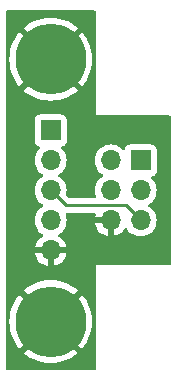
<source format=gbl>
G04 #@! TF.GenerationSoftware,KiCad,Pcbnew,7.0.5-0*
G04 #@! TF.CreationDate,2023-07-15T01:20:54-04:00*
G04 #@! TF.ProjectId,programmer,70726f67-7261-46d6-9d65-722e6b696361,rev?*
G04 #@! TF.SameCoordinates,Original*
G04 #@! TF.FileFunction,Copper,L2,Bot*
G04 #@! TF.FilePolarity,Positive*
%FSLAX46Y46*%
G04 Gerber Fmt 4.6, Leading zero omitted, Abs format (unit mm)*
G04 Created by KiCad (PCBNEW 7.0.5-0) date 2023-07-15 01:20:54*
%MOMM*%
%LPD*%
G01*
G04 APERTURE LIST*
G04 #@! TA.AperFunction,ComponentPad*
%ADD10C,0.800000*%
G04 #@! TD*
G04 #@! TA.AperFunction,ComponentPad*
%ADD11C,6.000000*%
G04 #@! TD*
G04 #@! TA.AperFunction,ComponentPad*
%ADD12R,1.700000X1.700000*%
G04 #@! TD*
G04 #@! TA.AperFunction,ComponentPad*
%ADD13O,1.700000X1.700000*%
G04 #@! TD*
G04 #@! TA.AperFunction,Conductor*
%ADD14C,0.250000*%
G04 #@! TD*
G04 APERTURE END LIST*
D10*
X134910000Y-64449010D03*
X135569010Y-62858020D03*
X135569010Y-66040000D03*
X137160000Y-62199010D03*
D11*
X137160000Y-64449010D03*
D10*
X137160000Y-66699010D03*
X138750990Y-62858020D03*
X138750990Y-66040000D03*
X139410000Y-64449010D03*
X134910000Y-42230990D03*
X135569010Y-40640000D03*
X135569010Y-43821980D03*
X137160000Y-39980990D03*
D11*
X137160000Y-42230990D03*
D10*
X137160000Y-44480990D03*
X138750990Y-40640000D03*
X138750990Y-43821980D03*
X139410000Y-42230990D03*
D12*
X137160000Y-48260000D03*
D13*
X137160000Y-50800000D03*
X137160000Y-53340000D03*
X137160000Y-55880000D03*
X137160000Y-58420000D03*
D12*
X144780000Y-50800000D03*
D13*
X142240000Y-50800000D03*
X144780000Y-53340000D03*
X142240000Y-53340000D03*
X144780000Y-55880000D03*
X142240000Y-55880000D03*
D14*
X138430000Y-54610000D02*
X143510000Y-54610000D01*
X143510000Y-54610000D02*
X144780000Y-55880000D01*
X137160000Y-53340000D02*
X138430000Y-54610000D01*
G04 #@! TA.AperFunction,Conductor*
G36*
X138910357Y-65845813D02*
G01*
X138848535Y-65804505D01*
X138775614Y-65790000D01*
X138726366Y-65790000D01*
X138653445Y-65804505D01*
X138570750Y-65859760D01*
X138515495Y-65942455D01*
X138496092Y-66040000D01*
X138515495Y-66137545D01*
X138556800Y-66199363D01*
X138029883Y-65672445D01*
X138084477Y-65636778D01*
X138267368Y-65468414D01*
X138383610Y-65319066D01*
X138910357Y-65845813D01*
G37*
G04 #@! TD.AperFunction*
G04 #@! TA.AperFunction,Conductor*
G36*
X136052632Y-65468414D02*
G01*
X136235523Y-65636778D01*
X136290116Y-65672445D01*
X135763199Y-66199362D01*
X135804505Y-66137545D01*
X135823908Y-66040000D01*
X135804505Y-65942455D01*
X135749250Y-65859760D01*
X135666555Y-65804505D01*
X135593634Y-65790000D01*
X135544386Y-65790000D01*
X135471465Y-65804505D01*
X135409638Y-65845815D01*
X135936389Y-65319066D01*
X136052632Y-65468414D01*
G37*
G04 #@! TD.AperFunction*
G04 #@! TA.AperFunction,Conductor*
G36*
X136290117Y-63225573D02*
G01*
X136235523Y-63261242D01*
X136052632Y-63429606D01*
X135936389Y-63578953D01*
X135409642Y-63052206D01*
X135471465Y-63093515D01*
X135544386Y-63108020D01*
X135593634Y-63108020D01*
X135666555Y-63093515D01*
X135749250Y-63038260D01*
X135804505Y-62955565D01*
X135823908Y-62858020D01*
X135804505Y-62760475D01*
X135763196Y-62698652D01*
X136290117Y-63225573D01*
G37*
G04 #@! TD.AperFunction*
G04 #@! TA.AperFunction,Conductor*
G36*
X138515495Y-62760475D02*
G01*
X138496092Y-62858020D01*
X138515495Y-62955565D01*
X138570750Y-63038260D01*
X138653445Y-63093515D01*
X138726366Y-63108020D01*
X138775614Y-63108020D01*
X138848535Y-63093515D01*
X138910351Y-63052210D01*
X138383609Y-63578952D01*
X138267368Y-63429606D01*
X138084477Y-63261242D01*
X138029882Y-63225573D01*
X138556803Y-62698651D01*
X138515495Y-62760475D01*
G37*
G04 #@! TD.AperFunction*
G04 #@! TA.AperFunction,Conductor*
G36*
X138910357Y-43627793D02*
G01*
X138848535Y-43586485D01*
X138775614Y-43571980D01*
X138726366Y-43571980D01*
X138653445Y-43586485D01*
X138570750Y-43641740D01*
X138515495Y-43724435D01*
X138496092Y-43821980D01*
X138515495Y-43919525D01*
X138556800Y-43981343D01*
X138029883Y-43454425D01*
X138084477Y-43418758D01*
X138267368Y-43250394D01*
X138383610Y-43101046D01*
X138910357Y-43627793D01*
G37*
G04 #@! TD.AperFunction*
G04 #@! TA.AperFunction,Conductor*
G36*
X136052632Y-43250394D02*
G01*
X136235523Y-43418758D01*
X136290116Y-43454425D01*
X135763199Y-43981342D01*
X135804505Y-43919525D01*
X135823908Y-43821980D01*
X135804505Y-43724435D01*
X135749250Y-43641740D01*
X135666555Y-43586485D01*
X135593634Y-43571980D01*
X135544386Y-43571980D01*
X135471465Y-43586485D01*
X135409637Y-43627796D01*
X135936388Y-43101045D01*
X136052632Y-43250394D01*
G37*
G04 #@! TD.AperFunction*
G04 #@! TA.AperFunction,Conductor*
G36*
X136290117Y-41007553D02*
G01*
X136235523Y-41043222D01*
X136052632Y-41211586D01*
X135936390Y-41360932D01*
X135409645Y-40834188D01*
X135471465Y-40875495D01*
X135544386Y-40890000D01*
X135593634Y-40890000D01*
X135666555Y-40875495D01*
X135749250Y-40820240D01*
X135804505Y-40737545D01*
X135823908Y-40640000D01*
X135804505Y-40542455D01*
X135763196Y-40480632D01*
X136290117Y-41007553D01*
G37*
G04 #@! TD.AperFunction*
G04 #@! TA.AperFunction,Conductor*
G36*
X138515495Y-40542455D02*
G01*
X138496092Y-40640000D01*
X138515495Y-40737545D01*
X138570750Y-40820240D01*
X138653445Y-40875495D01*
X138726366Y-40890000D01*
X138775614Y-40890000D01*
X138848535Y-40875495D01*
X138910351Y-40834190D01*
X138383609Y-41360932D01*
X138267368Y-41211586D01*
X138084477Y-41043222D01*
X138029882Y-41007553D01*
X138556803Y-40480631D01*
X138515495Y-40542455D01*
G37*
G04 #@! TD.AperFunction*
G04 #@! TA.AperFunction,Conductor*
G36*
X140912539Y-38120185D02*
G01*
X140958294Y-38172989D01*
X140969500Y-38224500D01*
X140969500Y-46965467D01*
X140969416Y-46965889D01*
X140969459Y-46990001D01*
X140969544Y-46990206D01*
X140969616Y-46990382D01*
X140969618Y-46990384D01*
X140969808Y-46990462D01*
X140970000Y-46990541D01*
X140970002Y-46990539D01*
X140994616Y-46990524D01*
X140994616Y-46990528D01*
X140994760Y-46990500D01*
X147195500Y-46990500D01*
X147262539Y-47010185D01*
X147308294Y-47062989D01*
X147319500Y-47114500D01*
X147319500Y-59565500D01*
X147299815Y-59632539D01*
X147247011Y-59678294D01*
X147195500Y-59689500D01*
X140994760Y-59689500D01*
X140994554Y-59689459D01*
X140969998Y-59689459D01*
X140969909Y-59689496D01*
X140969619Y-59689615D01*
X140969615Y-59689618D01*
X140969459Y-59689999D01*
X140969476Y-59714616D01*
X140969471Y-59714616D01*
X140969500Y-59714759D01*
X140969500Y-68455500D01*
X140949815Y-68522539D01*
X140897011Y-68568294D01*
X140845500Y-68579500D01*
X133474500Y-68579500D01*
X133407461Y-68559815D01*
X133361706Y-68507011D01*
X133350500Y-68455500D01*
X133350500Y-64449010D01*
X133655197Y-64449010D01*
X133674397Y-64815363D01*
X133731784Y-65177694D01*
X133731784Y-65177696D01*
X133826736Y-65532061D01*
X133958204Y-65874545D01*
X134124754Y-66201416D01*
X134324549Y-66509074D01*
X134513297Y-66742157D01*
X135374825Y-65880628D01*
X135333515Y-65942455D01*
X135314112Y-66040000D01*
X135333515Y-66137545D01*
X135388770Y-66220240D01*
X135471465Y-66275495D01*
X135544386Y-66290000D01*
X135593634Y-66290000D01*
X135666555Y-66275495D01*
X135728372Y-66234189D01*
X134866851Y-67095711D01*
X135099935Y-67284460D01*
X135407593Y-67484255D01*
X135734464Y-67650805D01*
X136076948Y-67782273D01*
X136431314Y-67877225D01*
X136793646Y-67934612D01*
X137159999Y-67953813D01*
X137160001Y-67953813D01*
X137526353Y-67934612D01*
X137888684Y-67877225D01*
X137888686Y-67877225D01*
X138243051Y-67782273D01*
X138585535Y-67650805D01*
X138912406Y-67484255D01*
X139220065Y-67284460D01*
X139453148Y-67095712D01*
X139453148Y-67095711D01*
X138591626Y-66234189D01*
X138653445Y-66275495D01*
X138726366Y-66290000D01*
X138775614Y-66290000D01*
X138848535Y-66275495D01*
X138931230Y-66220240D01*
X138986485Y-66137545D01*
X139005888Y-66040000D01*
X138986485Y-65942455D01*
X138945176Y-65880632D01*
X139806702Y-66742158D01*
X139995450Y-66509075D01*
X140195245Y-66201416D01*
X140361795Y-65874545D01*
X140493263Y-65532061D01*
X140588215Y-65177696D01*
X140588215Y-65177694D01*
X140645602Y-64815363D01*
X140664803Y-64449010D01*
X140664803Y-64449009D01*
X140645602Y-64082656D01*
X140588215Y-63720325D01*
X140588215Y-63720323D01*
X140493263Y-63365958D01*
X140361795Y-63023474D01*
X140195245Y-62696604D01*
X139995450Y-62388945D01*
X139806701Y-62155861D01*
X138945180Y-63017381D01*
X138986485Y-62955565D01*
X139005888Y-62858020D01*
X138986485Y-62760475D01*
X138931230Y-62677780D01*
X138848535Y-62622525D01*
X138775614Y-62608020D01*
X138726366Y-62608020D01*
X138653445Y-62622525D01*
X138591621Y-62663833D01*
X139453148Y-61802307D01*
X139220064Y-61613559D01*
X138912406Y-61413764D01*
X138585535Y-61247214D01*
X138243051Y-61115746D01*
X137888685Y-61020794D01*
X137526353Y-60963407D01*
X137160001Y-60944207D01*
X137159999Y-60944207D01*
X136793646Y-60963407D01*
X136431315Y-61020794D01*
X136431313Y-61020794D01*
X136076948Y-61115746D01*
X135734464Y-61247214D01*
X135407594Y-61413764D01*
X135099929Y-61613563D01*
X134866851Y-61802307D01*
X135728377Y-62663833D01*
X135666555Y-62622525D01*
X135593634Y-62608020D01*
X135544386Y-62608020D01*
X135471465Y-62622525D01*
X135388770Y-62677780D01*
X135333515Y-62760475D01*
X135314112Y-62858020D01*
X135333515Y-62955565D01*
X135374823Y-63017387D01*
X134513297Y-62155861D01*
X134324553Y-62388939D01*
X134124754Y-62696604D01*
X133958204Y-63023474D01*
X133826736Y-63365958D01*
X133731784Y-63720323D01*
X133731784Y-63720325D01*
X133674397Y-64082656D01*
X133655197Y-64449009D01*
X133655197Y-64449010D01*
X133350500Y-64449010D01*
X133350500Y-55880000D01*
X135804341Y-55880000D01*
X135824936Y-56115403D01*
X135824938Y-56115413D01*
X135886094Y-56343655D01*
X135886096Y-56343659D01*
X135886097Y-56343663D01*
X135965801Y-56514588D01*
X135985965Y-56557830D01*
X135985967Y-56557834D01*
X136094281Y-56712521D01*
X136121504Y-56751400D01*
X136121506Y-56751402D01*
X136288597Y-56918493D01*
X136288603Y-56918498D01*
X136474594Y-57048730D01*
X136518219Y-57103307D01*
X136525413Y-57172805D01*
X136493890Y-57235160D01*
X136474595Y-57251880D01*
X136288922Y-57381890D01*
X136288920Y-57381891D01*
X136121891Y-57548920D01*
X136121886Y-57548926D01*
X135986400Y-57742420D01*
X135986399Y-57742422D01*
X135886570Y-57956507D01*
X135886567Y-57956513D01*
X135829364Y-58169999D01*
X135829364Y-58170000D01*
X136726314Y-58170000D01*
X136700507Y-58210156D01*
X136660000Y-58348111D01*
X136660000Y-58491889D01*
X136700507Y-58629844D01*
X136726314Y-58670000D01*
X135829364Y-58670000D01*
X135886567Y-58883486D01*
X135886570Y-58883492D01*
X135986399Y-59097578D01*
X136121894Y-59291082D01*
X136288917Y-59458105D01*
X136482421Y-59593600D01*
X136696507Y-59693429D01*
X136696516Y-59693433D01*
X136910000Y-59750634D01*
X136910000Y-58855501D01*
X137017685Y-58904680D01*
X137124237Y-58920000D01*
X137195763Y-58920000D01*
X137302315Y-58904680D01*
X137410000Y-58855501D01*
X137410000Y-59750633D01*
X137623483Y-59693433D01*
X137623492Y-59693429D01*
X137837578Y-59593600D01*
X138031082Y-59458105D01*
X138198105Y-59291082D01*
X138333600Y-59097578D01*
X138433429Y-58883492D01*
X138433432Y-58883486D01*
X138490636Y-58670000D01*
X137593686Y-58670000D01*
X137619493Y-58629844D01*
X137660000Y-58491889D01*
X137660000Y-58348111D01*
X137619493Y-58210156D01*
X137593686Y-58170000D01*
X138490636Y-58170000D01*
X138490635Y-58169999D01*
X138433432Y-57956513D01*
X138433429Y-57956507D01*
X138333600Y-57742422D01*
X138333599Y-57742420D01*
X138198113Y-57548926D01*
X138198108Y-57548920D01*
X138031078Y-57381890D01*
X137845405Y-57251879D01*
X137801780Y-57197302D01*
X137794588Y-57127804D01*
X137826110Y-57065449D01*
X137845406Y-57048730D01*
X138031401Y-56918495D01*
X138198495Y-56751401D01*
X138334035Y-56557830D01*
X138433903Y-56343663D01*
X138495063Y-56115408D01*
X138515659Y-55880000D01*
X138495063Y-55644592D01*
X138433903Y-55416337D01*
X138431837Y-55411906D01*
X138421344Y-55342829D01*
X138449863Y-55279045D01*
X138508339Y-55240804D01*
X138544218Y-55235500D01*
X140856334Y-55235500D01*
X140923373Y-55255185D01*
X140969128Y-55307989D01*
X140979072Y-55377147D01*
X140968716Y-55411904D01*
X140966571Y-55416502D01*
X140966567Y-55416513D01*
X140909364Y-55629999D01*
X140909364Y-55630000D01*
X141806314Y-55630000D01*
X141780507Y-55670156D01*
X141740000Y-55808111D01*
X141740000Y-55951889D01*
X141780507Y-56089844D01*
X141806314Y-56130000D01*
X140909364Y-56130000D01*
X140966567Y-56343486D01*
X140966570Y-56343492D01*
X141066399Y-56557578D01*
X141201894Y-56751082D01*
X141368917Y-56918105D01*
X141562421Y-57053600D01*
X141776507Y-57153429D01*
X141776516Y-57153433D01*
X141990000Y-57210634D01*
X141990000Y-56315501D01*
X142097685Y-56364680D01*
X142204237Y-56380000D01*
X142275763Y-56380000D01*
X142382315Y-56364680D01*
X142490000Y-56315501D01*
X142490000Y-57210633D01*
X142703483Y-57153433D01*
X142703492Y-57153429D01*
X142917578Y-57053600D01*
X143111082Y-56918105D01*
X143278105Y-56751082D01*
X143408119Y-56565405D01*
X143462696Y-56521781D01*
X143532195Y-56514588D01*
X143594549Y-56546110D01*
X143611269Y-56565405D01*
X143741505Y-56751401D01*
X143908599Y-56918495D01*
X144005384Y-56986265D01*
X144102165Y-57054032D01*
X144102167Y-57054033D01*
X144102170Y-57054035D01*
X144316337Y-57153903D01*
X144544592Y-57215063D01*
X144732918Y-57231539D01*
X144779999Y-57235659D01*
X144780000Y-57235659D01*
X144780001Y-57235659D01*
X144819234Y-57232226D01*
X145015408Y-57215063D01*
X145243663Y-57153903D01*
X145457830Y-57054035D01*
X145651401Y-56918495D01*
X145818495Y-56751401D01*
X145954035Y-56557830D01*
X146053903Y-56343663D01*
X146115063Y-56115408D01*
X146135659Y-55880000D01*
X146115063Y-55644592D01*
X146053903Y-55416337D01*
X145954035Y-55202171D01*
X145818495Y-55008599D01*
X145818494Y-55008597D01*
X145651402Y-54841506D01*
X145651396Y-54841501D01*
X145465842Y-54711575D01*
X145422217Y-54656998D01*
X145415023Y-54587500D01*
X145446546Y-54525145D01*
X145465842Y-54508425D01*
X145488026Y-54492891D01*
X145651401Y-54378495D01*
X145818495Y-54211401D01*
X145954035Y-54017830D01*
X146053903Y-53803663D01*
X146115063Y-53575408D01*
X146135659Y-53340000D01*
X146115063Y-53104592D01*
X146053903Y-52876337D01*
X145954035Y-52662171D01*
X145948424Y-52654158D01*
X145818496Y-52468600D01*
X145818493Y-52468597D01*
X145696567Y-52346671D01*
X145663084Y-52285351D01*
X145668068Y-52215659D01*
X145709939Y-52159725D01*
X145740915Y-52142810D01*
X145872331Y-52093796D01*
X145987546Y-52007546D01*
X146073796Y-51892331D01*
X146124091Y-51757483D01*
X146130500Y-51697873D01*
X146130499Y-49902128D01*
X146124091Y-49842517D01*
X146122810Y-49839083D01*
X146073797Y-49707671D01*
X146073793Y-49707664D01*
X145987547Y-49592455D01*
X145987544Y-49592452D01*
X145872335Y-49506206D01*
X145872328Y-49506202D01*
X145737482Y-49455908D01*
X145737483Y-49455908D01*
X145677883Y-49449501D01*
X145677881Y-49449500D01*
X145677873Y-49449500D01*
X145677864Y-49449500D01*
X143882129Y-49449500D01*
X143882123Y-49449501D01*
X143822516Y-49455908D01*
X143687671Y-49506202D01*
X143687664Y-49506206D01*
X143572455Y-49592452D01*
X143572452Y-49592455D01*
X143486206Y-49707664D01*
X143486203Y-49707669D01*
X143437189Y-49839083D01*
X143395317Y-49895016D01*
X143329853Y-49919433D01*
X143261580Y-49904581D01*
X143233326Y-49883430D01*
X143111402Y-49761506D01*
X143111395Y-49761501D01*
X142917834Y-49625967D01*
X142917830Y-49625965D01*
X142868174Y-49602810D01*
X142703663Y-49526097D01*
X142703659Y-49526096D01*
X142703655Y-49526094D01*
X142475413Y-49464938D01*
X142475403Y-49464936D01*
X142240001Y-49444341D01*
X142239999Y-49444341D01*
X142004596Y-49464936D01*
X142004586Y-49464938D01*
X141776344Y-49526094D01*
X141776335Y-49526098D01*
X141562171Y-49625964D01*
X141562169Y-49625965D01*
X141368597Y-49761505D01*
X141201505Y-49928597D01*
X141065965Y-50122169D01*
X141065964Y-50122171D01*
X140966098Y-50336335D01*
X140966094Y-50336344D01*
X140904938Y-50564586D01*
X140904936Y-50564596D01*
X140884341Y-50799999D01*
X140884341Y-50800000D01*
X140904936Y-51035403D01*
X140904938Y-51035413D01*
X140966094Y-51263655D01*
X140966096Y-51263659D01*
X140966097Y-51263663D01*
X141050499Y-51444663D01*
X141065965Y-51477830D01*
X141065967Y-51477834D01*
X141201501Y-51671395D01*
X141201506Y-51671402D01*
X141368597Y-51838493D01*
X141368603Y-51838498D01*
X141554158Y-51968425D01*
X141597783Y-52023002D01*
X141604977Y-52092500D01*
X141573454Y-52154855D01*
X141554158Y-52171575D01*
X141368597Y-52301505D01*
X141201505Y-52468597D01*
X141065965Y-52662169D01*
X141065964Y-52662171D01*
X140966098Y-52876335D01*
X140966094Y-52876344D01*
X140904938Y-53104586D01*
X140904936Y-53104596D01*
X140884341Y-53339999D01*
X140884341Y-53340000D01*
X140904936Y-53575403D01*
X140904938Y-53575413D01*
X140966094Y-53803655D01*
X140966099Y-53803669D01*
X140968163Y-53808094D01*
X140978656Y-53877171D01*
X140950137Y-53940955D01*
X140891661Y-53979196D01*
X140855782Y-53984500D01*
X138740453Y-53984500D01*
X138673414Y-53964815D01*
X138652772Y-53948181D01*
X138500237Y-53795646D01*
X138466752Y-53734323D01*
X138468142Y-53675876D01*
X138495063Y-53575408D01*
X138515659Y-53340000D01*
X138495063Y-53104592D01*
X138433903Y-52876337D01*
X138334035Y-52662171D01*
X138328425Y-52654158D01*
X138198494Y-52468597D01*
X138031402Y-52301506D01*
X138031401Y-52301505D01*
X137908800Y-52215659D01*
X137845841Y-52171574D01*
X137802216Y-52116997D01*
X137795024Y-52047498D01*
X137826546Y-51985144D01*
X137845836Y-51968428D01*
X138031401Y-51838495D01*
X138198495Y-51671401D01*
X138334035Y-51477830D01*
X138433903Y-51263663D01*
X138495063Y-51035408D01*
X138515659Y-50800000D01*
X138495063Y-50564592D01*
X138433903Y-50336337D01*
X138334035Y-50122171D01*
X138198495Y-49928599D01*
X138076567Y-49806671D01*
X138043084Y-49745351D01*
X138048068Y-49675659D01*
X138089939Y-49619725D01*
X138120915Y-49602810D01*
X138252331Y-49553796D01*
X138367546Y-49467546D01*
X138453796Y-49352331D01*
X138504091Y-49217483D01*
X138510500Y-49157873D01*
X138510499Y-47362128D01*
X138504091Y-47302517D01*
X138453796Y-47167669D01*
X138453795Y-47167668D01*
X138453793Y-47167664D01*
X138367547Y-47052455D01*
X138367544Y-47052452D01*
X138252335Y-46966206D01*
X138252328Y-46966202D01*
X138117482Y-46915908D01*
X138117483Y-46915908D01*
X138057883Y-46909501D01*
X138057881Y-46909500D01*
X138057873Y-46909500D01*
X138057864Y-46909500D01*
X136262129Y-46909500D01*
X136262123Y-46909501D01*
X136202516Y-46915908D01*
X136067671Y-46966202D01*
X136067664Y-46966206D01*
X135952455Y-47052452D01*
X135952452Y-47052455D01*
X135866206Y-47167664D01*
X135866202Y-47167671D01*
X135815908Y-47302517D01*
X135809501Y-47362116D01*
X135809501Y-47362123D01*
X135809500Y-47362135D01*
X135809500Y-49157870D01*
X135809501Y-49157876D01*
X135815908Y-49217483D01*
X135866202Y-49352328D01*
X135866206Y-49352335D01*
X135952452Y-49467544D01*
X135952455Y-49467547D01*
X136067664Y-49553793D01*
X136067671Y-49553797D01*
X136199081Y-49602810D01*
X136255015Y-49644681D01*
X136279432Y-49710145D01*
X136264580Y-49778418D01*
X136243430Y-49806673D01*
X136121503Y-49928600D01*
X135985965Y-50122169D01*
X135985964Y-50122171D01*
X135886098Y-50336335D01*
X135886094Y-50336344D01*
X135824938Y-50564586D01*
X135824936Y-50564596D01*
X135804341Y-50799999D01*
X135804341Y-50800000D01*
X135824936Y-51035403D01*
X135824938Y-51035413D01*
X135886094Y-51263655D01*
X135886096Y-51263659D01*
X135886097Y-51263663D01*
X135970499Y-51444663D01*
X135985965Y-51477830D01*
X135985967Y-51477834D01*
X136121501Y-51671395D01*
X136121506Y-51671402D01*
X136288597Y-51838493D01*
X136288603Y-51838498D01*
X136474158Y-51968425D01*
X136517783Y-52023002D01*
X136524977Y-52092500D01*
X136493454Y-52154855D01*
X136474158Y-52171575D01*
X136288597Y-52301505D01*
X136121505Y-52468597D01*
X135985965Y-52662169D01*
X135985964Y-52662171D01*
X135886098Y-52876335D01*
X135886094Y-52876344D01*
X135824938Y-53104586D01*
X135824936Y-53104596D01*
X135804341Y-53339999D01*
X135804341Y-53340000D01*
X135824936Y-53575403D01*
X135824938Y-53575413D01*
X135886094Y-53803655D01*
X135886096Y-53803659D01*
X135886097Y-53803663D01*
X135953487Y-53948181D01*
X135985965Y-54017830D01*
X135985967Y-54017834D01*
X136121501Y-54211395D01*
X136121506Y-54211402D01*
X136288597Y-54378493D01*
X136288603Y-54378498D01*
X136474158Y-54508425D01*
X136517783Y-54563002D01*
X136524977Y-54632500D01*
X136493454Y-54694855D01*
X136474158Y-54711575D01*
X136288597Y-54841505D01*
X136121505Y-55008597D01*
X135985965Y-55202169D01*
X135985964Y-55202171D01*
X135886098Y-55416335D01*
X135886094Y-55416344D01*
X135824938Y-55644586D01*
X135824936Y-55644596D01*
X135804341Y-55879999D01*
X135804341Y-55880000D01*
X133350500Y-55880000D01*
X133350500Y-42230990D01*
X133655197Y-42230990D01*
X133674397Y-42597343D01*
X133731784Y-42959674D01*
X133731784Y-42959676D01*
X133826736Y-43314041D01*
X133958204Y-43656525D01*
X134124754Y-43983396D01*
X134324549Y-44291054D01*
X134513297Y-44524137D01*
X135374826Y-43662607D01*
X135333515Y-43724435D01*
X135314112Y-43821980D01*
X135333515Y-43919525D01*
X135388770Y-44002220D01*
X135471465Y-44057475D01*
X135544386Y-44071980D01*
X135593634Y-44071980D01*
X135666555Y-44057475D01*
X135728372Y-44016169D01*
X134866851Y-44877691D01*
X135099935Y-45066440D01*
X135407593Y-45266235D01*
X135734464Y-45432785D01*
X136076948Y-45564253D01*
X136431314Y-45659205D01*
X136793646Y-45716592D01*
X137159999Y-45735793D01*
X137160001Y-45735793D01*
X137526353Y-45716592D01*
X137888684Y-45659205D01*
X137888686Y-45659205D01*
X138243051Y-45564253D01*
X138585535Y-45432785D01*
X138912406Y-45266235D01*
X139220065Y-45066440D01*
X139453148Y-44877692D01*
X139453148Y-44877691D01*
X138591626Y-44016169D01*
X138653445Y-44057475D01*
X138726366Y-44071980D01*
X138775614Y-44071980D01*
X138848535Y-44057475D01*
X138931230Y-44002220D01*
X138986485Y-43919525D01*
X139005888Y-43821980D01*
X138986485Y-43724435D01*
X138945176Y-43662612D01*
X139806702Y-44524138D01*
X139995450Y-44291055D01*
X140195245Y-43983396D01*
X140361795Y-43656525D01*
X140493263Y-43314041D01*
X140588215Y-42959676D01*
X140588215Y-42959674D01*
X140645602Y-42597343D01*
X140664803Y-42230990D01*
X140664803Y-42230989D01*
X140645602Y-41864636D01*
X140588215Y-41502305D01*
X140588215Y-41502303D01*
X140493263Y-41147938D01*
X140361795Y-40805454D01*
X140195245Y-40478584D01*
X139995450Y-40170925D01*
X139806701Y-39937841D01*
X138945180Y-40799361D01*
X138986485Y-40737545D01*
X139005888Y-40640000D01*
X138986485Y-40542455D01*
X138931230Y-40459760D01*
X138848535Y-40404505D01*
X138775614Y-40390000D01*
X138726366Y-40390000D01*
X138653445Y-40404505D01*
X138591621Y-40445813D01*
X139453148Y-39584287D01*
X139220064Y-39395539D01*
X138912406Y-39195744D01*
X138585535Y-39029194D01*
X138243051Y-38897726D01*
X137888685Y-38802774D01*
X137526353Y-38745387D01*
X137160001Y-38726187D01*
X137159999Y-38726187D01*
X136793646Y-38745387D01*
X136431315Y-38802774D01*
X136431313Y-38802774D01*
X136076948Y-38897726D01*
X135734464Y-39029194D01*
X135407594Y-39195744D01*
X135099929Y-39395543D01*
X134866851Y-39584287D01*
X135728377Y-40445813D01*
X135666555Y-40404505D01*
X135593634Y-40390000D01*
X135544386Y-40390000D01*
X135471465Y-40404505D01*
X135388770Y-40459760D01*
X135333515Y-40542455D01*
X135314112Y-40640000D01*
X135333515Y-40737545D01*
X135374821Y-40799365D01*
X134513297Y-39937841D01*
X134324553Y-40170919D01*
X134124754Y-40478584D01*
X133958204Y-40805454D01*
X133826736Y-41147938D01*
X133731784Y-41502303D01*
X133731784Y-41502305D01*
X133674397Y-41864636D01*
X133655197Y-42230989D01*
X133655197Y-42230990D01*
X133350500Y-42230990D01*
X133350500Y-38224500D01*
X133370185Y-38157461D01*
X133422989Y-38111706D01*
X133474500Y-38100500D01*
X140845500Y-38100500D01*
X140912539Y-38120185D01*
G37*
G04 #@! TD.AperFunction*
M02*

</source>
